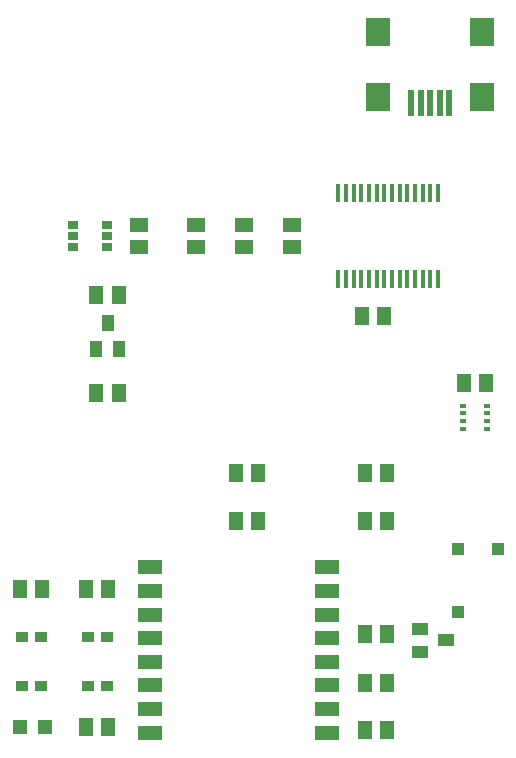
<source format=gbr>
G04 EAGLE Gerber RS-274X export*
G75*
%MOMM*%
%FSLAX34Y34*%
%LPD*%
%INSolderpaste Top*%
%IPPOS*%
%AMOC8*
5,1,8,0,0,1.08239X$1,22.5*%
G01*
%ADD10R,1.300000X1.500000*%
%ADD11R,1.500000X1.300000*%
%ADD12R,2.000000X2.400000*%
%ADD13R,0.500000X2.308000*%
%ADD14R,1.200000X1.200000*%
%ADD15R,0.500000X0.350000*%
%ADD16R,0.400000X1.500000*%
%ADD17R,1.300000X1.600000*%
%ADD18R,1.000000X0.900000*%
%ADD19R,0.900000X0.700000*%
%ADD20R,2.000000X1.200000*%
%ADD21R,1.600000X1.300000*%
%ADD22R,1.000000X1.000000*%
%ADD23R,1.400000X1.000000*%
%ADD24R,1.000000X1.400000*%


D10*
X517500Y309033D03*
X498500Y309033D03*
X517500Y268393D03*
X498500Y268393D03*
X691540Y385233D03*
X710540Y385233D03*
D11*
X416560Y500500D03*
X416560Y519500D03*
X546100Y500500D03*
X546100Y519500D03*
D10*
X605180Y441960D03*
X624180Y441960D03*
D12*
X706940Y627940D03*
D13*
X678940Y622300D03*
X670940Y622300D03*
X662940Y622300D03*
X654940Y622300D03*
X646940Y622300D03*
D12*
X706940Y682940D03*
X618940Y627940D03*
X618940Y682940D03*
D14*
X336890Y93980D03*
X315890Y93980D03*
D15*
X711290Y359957D03*
X711290Y353457D03*
X711290Y346957D03*
X711290Y366457D03*
X690790Y353457D03*
X690790Y359957D03*
X690790Y366457D03*
X690790Y346957D03*
D16*
X585130Y473750D03*
X591630Y473750D03*
X598130Y473750D03*
X604630Y473750D03*
X611130Y473750D03*
X617630Y473750D03*
X624130Y473750D03*
X630630Y473750D03*
X637130Y473750D03*
X643630Y473750D03*
X650130Y473750D03*
X656630Y473750D03*
X663130Y473750D03*
X669630Y473750D03*
X669630Y546250D03*
X663130Y546250D03*
X656630Y546250D03*
X650130Y546250D03*
X643630Y546250D03*
X637130Y546250D03*
X630630Y546250D03*
X624130Y546250D03*
X617630Y546250D03*
X611130Y546250D03*
X604630Y546250D03*
X598130Y546250D03*
X591630Y546250D03*
X585130Y546250D03*
D17*
X390500Y93980D03*
X371500Y93980D03*
X607720Y91440D03*
X626720Y91440D03*
X334620Y210820D03*
X315620Y210820D03*
X607720Y131233D03*
X626720Y131233D03*
X371500Y210820D03*
X390500Y210820D03*
D18*
X333120Y129360D03*
X317120Y129360D03*
X317120Y170360D03*
X333120Y170360D03*
X373000Y170360D03*
X389000Y170360D03*
X389000Y129360D03*
X373000Y129360D03*
D19*
X389500Y500500D03*
X389500Y510000D03*
X389500Y519500D03*
X360500Y519500D03*
X360500Y510000D03*
X360500Y500500D03*
D20*
X575380Y89620D03*
X575380Y109620D03*
X575380Y129620D03*
X575380Y149620D03*
X575380Y169620D03*
X575380Y189620D03*
X575380Y209620D03*
X575380Y229620D03*
X425380Y229620D03*
X425380Y209620D03*
X425380Y189620D03*
X425380Y169620D03*
X425380Y149620D03*
X425380Y129620D03*
X425380Y109620D03*
X425380Y89620D03*
D17*
X607720Y268393D03*
X626720Y268393D03*
X607720Y309033D03*
X626720Y309033D03*
D21*
X464820Y519500D03*
X464820Y500500D03*
X505460Y519500D03*
X505460Y500500D03*
D22*
X686580Y191440D03*
X720580Y245440D03*
X686580Y245440D03*
D23*
X676480Y167640D03*
X654480Y158140D03*
X654480Y177140D03*
D17*
X607720Y172720D03*
X626720Y172720D03*
X380390Y459740D03*
X399390Y459740D03*
D24*
X389890Y436450D03*
X399390Y414450D03*
X380390Y414450D03*
D17*
X380390Y377190D03*
X399390Y377190D03*
M02*

</source>
